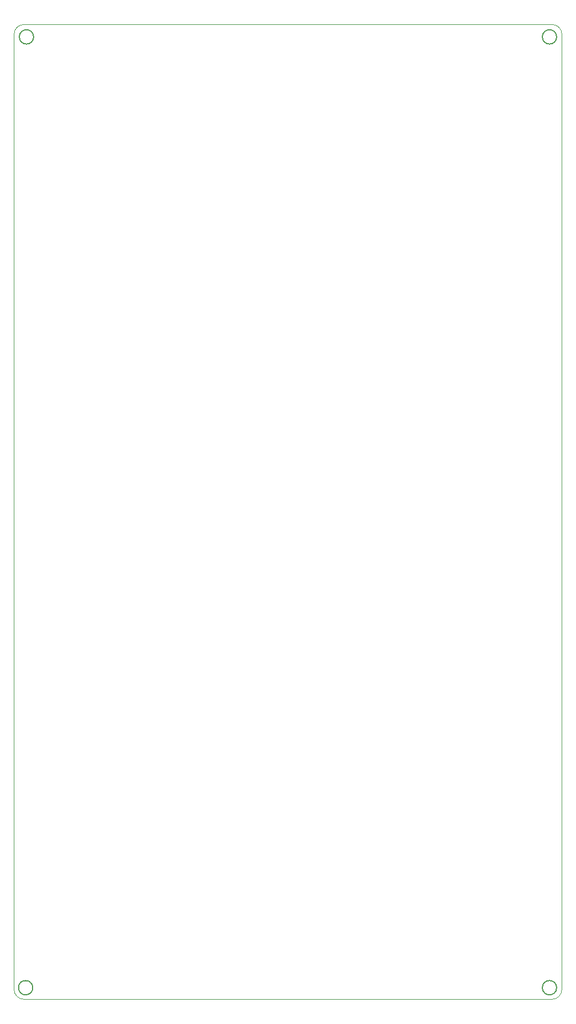
<source format=gbr>
%TF.GenerationSoftware,KiCad,Pcbnew,7.0.7*%
%TF.CreationDate,2023-09-27T10:02:53+02:00*%
%TF.ProjectId,EEE4022S_KiCad,45454534-3032-4325-935f-4b694361642e,rev?*%
%TF.SameCoordinates,Original*%
%TF.FileFunction,Profile,NP*%
%FSLAX46Y46*%
G04 Gerber Fmt 4.6, Leading zero omitted, Abs format (unit mm)*
G04 Created by KiCad (PCBNEW 7.0.7) date 2023-09-27 10:02:53*
%MOMM*%
%LPD*%
G01*
G04 APERTURE LIST*
%TA.AperFunction,Profile*%
%ADD10C,0.150000*%
%TD*%
%TA.AperFunction,Profile*%
%ADD11C,0.100000*%
%TD*%
G04 APERTURE END LIST*
D10*
X32842495Y-172466000D02*
G75*
G03*
X32842495Y-172466000I-1092495J0D01*
G01*
X113233495Y-172466000D02*
G75*
G03*
X113233495Y-172466000I-1092495J0D01*
G01*
X113233495Y-26797000D02*
G75*
G03*
X113233495Y-26797000I-1092495J0D01*
G01*
X32969495Y-26797000D02*
G75*
G03*
X32969495Y-26797000I-1092495J0D01*
G01*
D11*
X29971999Y-172720001D02*
G75*
G03*
X31495999Y-174244001I1524001J1D01*
G01*
X31496000Y-24892000D02*
G75*
G03*
X29972000Y-26416000I0J-1524000D01*
G01*
X31495999Y-174244001D02*
X112522003Y-174244003D01*
X112522003Y-174244003D02*
G75*
G03*
X114046003Y-172720003I-3J1524003D01*
G01*
X29972000Y-26416000D02*
X29971999Y-172720001D01*
X112522000Y-24892000D02*
X32258000Y-24892000D01*
X114046000Y-26416000D02*
G75*
G03*
X112522000Y-24892000I-1524000J0D01*
G01*
X114046003Y-172720003D02*
X114046000Y-26416000D01*
X32258000Y-24892000D02*
X31496000Y-24892000D01*
M02*

</source>
